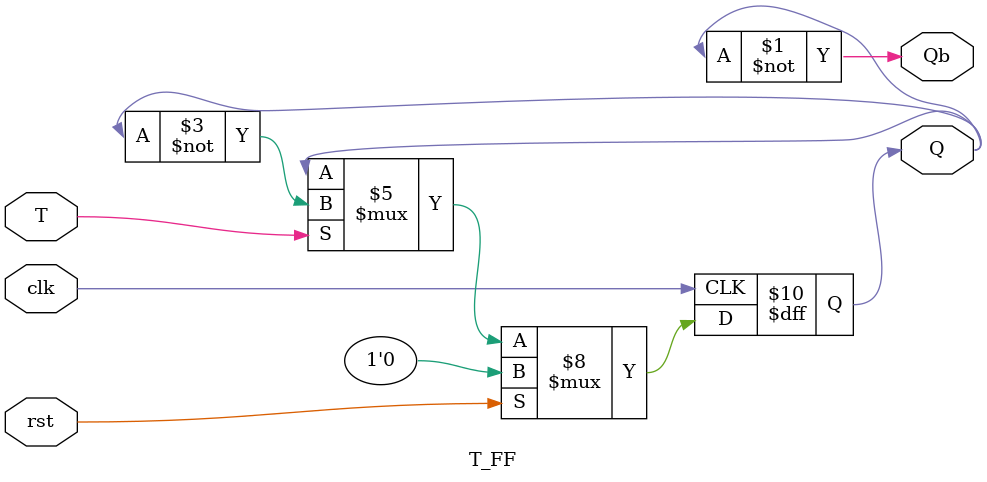
<source format=v>
`timescale 1ns / 1ps

module T_FF (clk, T, rst, Q, Qb);

input clk, T, rst;
output reg Q;
output Qb;

assign Qb=~Q;

always@(posedge clk)
  begin 
   if(rst)
     Q <= 1'b0;
   else 
     begin
       if(T)
         Q <= ~Q;
       else 
         Q <= Q;
     end
  end
endmodule


</source>
